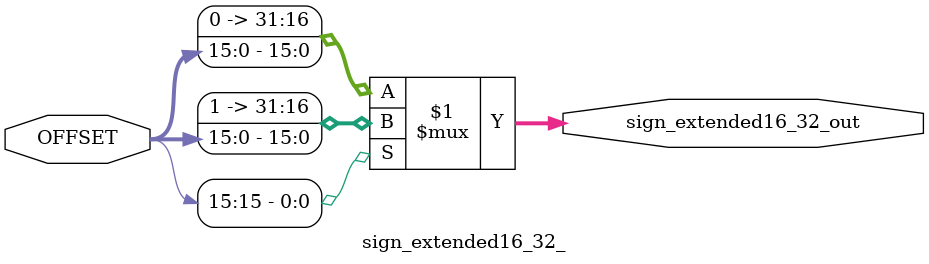
<source format=v>
module sign_extended16_32_(
    input wire [15:0] OFFSET,
    output wire [31:0] sign_extended16_32_out
);

// replica o bit de sinal
assign sign_extended16_32_out = (OFFSET[15]) ? {{16{1'b1}}, OFFSET} : {{16{1'b0}}, OFFSET};

endmodule

</source>
